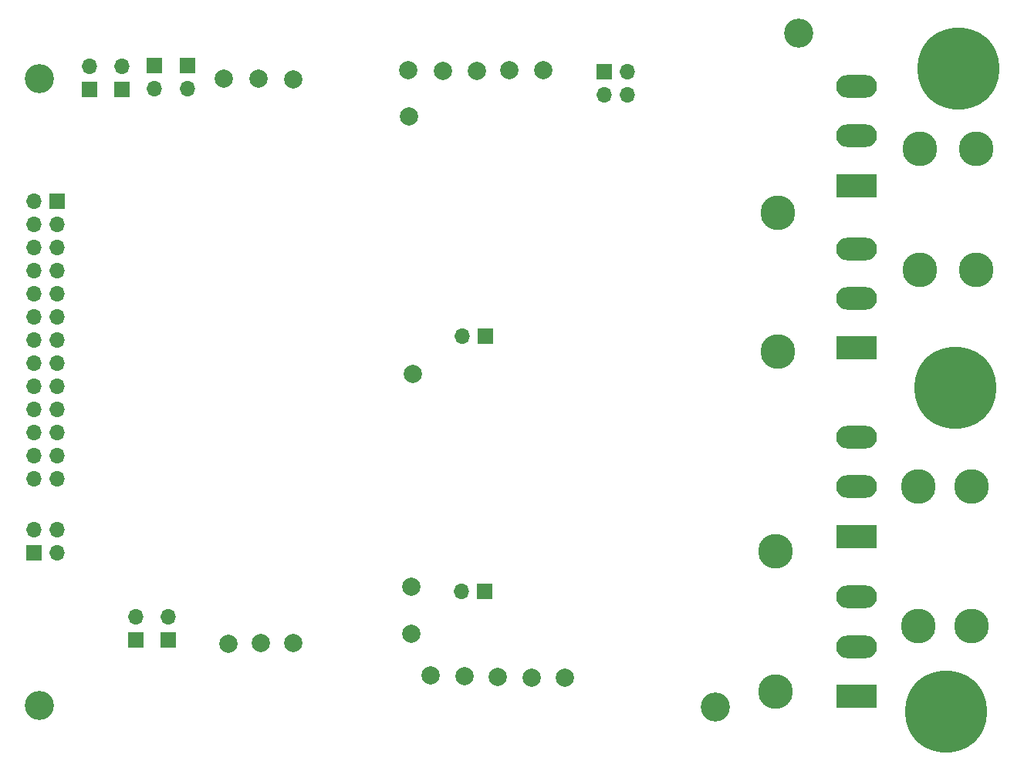
<source format=gbr>
G04 #@! TF.GenerationSoftware,KiCad,Pcbnew,(5.1.5)-3*
G04 #@! TF.CreationDate,2020-09-25T18:54:32-03:00*
G04 #@! TF.ProjectId,Gate_Driver_V2,47617465-5f44-4726-9976-65725f56322e,rev?*
G04 #@! TF.SameCoordinates,Original*
G04 #@! TF.FileFunction,Soldermask,Bot*
G04 #@! TF.FilePolarity,Negative*
%FSLAX46Y46*%
G04 Gerber Fmt 4.6, Leading zero omitted, Abs format (unit mm)*
G04 Created by KiCad (PCBNEW (5.1.5)-3) date 2020-09-25 18:54:32*
%MOMM*%
%LPD*%
G04 APERTURE LIST*
%ADD10C,3.200000*%
%ADD11C,2.000000*%
%ADD12C,9.000000*%
%ADD13O,1.700000X1.700000*%
%ADD14R,1.700000X1.700000*%
%ADD15C,3.800000*%
%ADD16O,4.500000X2.500000*%
%ADD17R,4.500000X2.500000*%
G04 APERTURE END LIST*
D10*
X34620000Y-118900000D03*
X108810000Y-119050000D03*
X34570000Y-49990000D03*
X117890000Y-45030000D03*
D11*
X58928000Y-112014000D03*
X58674000Y-50038000D03*
X55330000Y-112050000D03*
X54880000Y-50030000D03*
X62484000Y-112014000D03*
X62484000Y-50090000D03*
X88590000Y-115810000D03*
X86200000Y-49110000D03*
D12*
X134130000Y-119540000D03*
X135480000Y-48920000D03*
D11*
X75440000Y-105850000D03*
X75170000Y-54180000D03*
X92310000Y-115780000D03*
X89880000Y-49090000D03*
X81250000Y-115650000D03*
X78890000Y-49200000D03*
X75610000Y-82420000D03*
X75440000Y-110950000D03*
X84890000Y-115740000D03*
X82580000Y-49170000D03*
X77550000Y-115570000D03*
X75100000Y-49100000D03*
D13*
X47256222Y-51156000D03*
D14*
X47256222Y-48616000D03*
D15*
X131020000Y-110130000D03*
X137420000Y-71050000D03*
X131020000Y-94820000D03*
X137420000Y-57740000D03*
D16*
X124290000Y-106940000D03*
X124290000Y-112390000D03*
D17*
X124290000Y-117840000D03*
D16*
X124290000Y-68700000D03*
X124290000Y-74150000D03*
D17*
X124290000Y-79600000D03*
D16*
X124290000Y-89380000D03*
X124290000Y-94830000D03*
D17*
X124290000Y-100280000D03*
D16*
X124290000Y-50870000D03*
X124290000Y-56320000D03*
D17*
X124290000Y-61770000D03*
D12*
X135080000Y-83970000D03*
D13*
X99090000Y-51830000D03*
X99090000Y-49290000D03*
X96550000Y-51830000D03*
D14*
X96550000Y-49290000D03*
D13*
X43688000Y-48666000D03*
D14*
X43688000Y-51206000D03*
D13*
X40132000Y-48666000D03*
D14*
X40132000Y-51206000D03*
D13*
X50886666Y-51156000D03*
D14*
X50886666Y-48616000D03*
D15*
X115610000Y-80000000D03*
X115620000Y-64790000D03*
D13*
X45212000Y-109140000D03*
D14*
X45212000Y-111680000D03*
D13*
X48768000Y-109140000D03*
D14*
X48768000Y-111680000D03*
D13*
X80900000Y-106330000D03*
D14*
X83440000Y-106330000D03*
X83520000Y-78300000D03*
D13*
X80980000Y-78300000D03*
D15*
X115390000Y-117340000D03*
X115420000Y-101900000D03*
D14*
X36576000Y-63500000D03*
D13*
X34036000Y-63500000D03*
X36576000Y-66040000D03*
X34036000Y-66040000D03*
X36576000Y-68580000D03*
X34036000Y-68580000D03*
X36576000Y-71120000D03*
X34036000Y-71120000D03*
X36576000Y-73660000D03*
X34036000Y-73660000D03*
X36576000Y-76200000D03*
X34036000Y-76200000D03*
X36576000Y-78740000D03*
X34036000Y-78740000D03*
X36576000Y-81280000D03*
X34036000Y-81280000D03*
X36576000Y-83820000D03*
X34036000Y-83820000D03*
X36576000Y-86360000D03*
X34036000Y-86360000D03*
X36576000Y-88900000D03*
X34036000Y-88900000D03*
X36576000Y-91440000D03*
X34036000Y-91440000D03*
X36576000Y-93980000D03*
X34036000Y-93980000D03*
X36576000Y-99568000D03*
X34036000Y-99568000D03*
X36576000Y-102108000D03*
D14*
X34036000Y-102108000D03*
D15*
X136890000Y-110130000D03*
X131220000Y-71050000D03*
X136890000Y-94820000D03*
X131220000Y-57740000D03*
M02*

</source>
